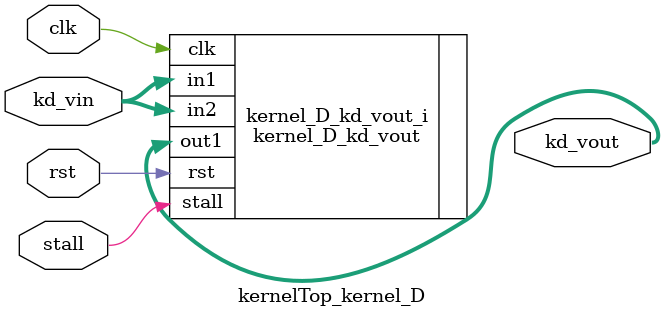
<source format=v>


module kernelTop_kernel_D
#(  
   parameter DATAW     = 32
)

(
// =============================================================================
// ** Ports 
// =============================================================================
    input clk   
  , input rst   	
  , input stall
  
  , input [DATAW-1:0] kd_vin
  , output [DATAW-1:0] kd_vout
);



kernel_D_kd_vout 
kernel_D_kd_vout_i (
  .clk   (clk)
, .rst   (rst)
, .stall (stall)
, .out1  (kd_vout)
, .in2  (kd_vin)
, .in1  (kd_vin)
);


endmodule 
</source>
